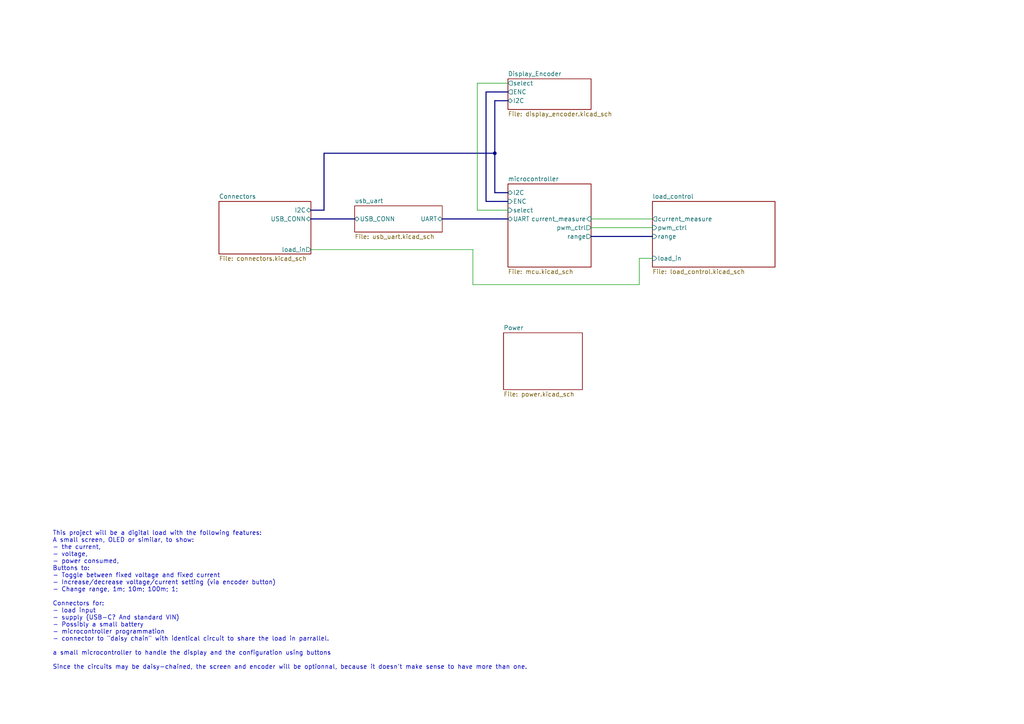
<source format=kicad_sch>
(kicad_sch (version 20211123) (generator eeschema)
  (paper "A4")
  (lib_symbols)
  (junction (at 143.51 44.45))
  (bus (pts (xy 93.98 44.45) (xy 143.51 44.45)))
  (wire (pts (xy 185.42 74.93) (xy 189.23 74.93)))
  (bus (pts (xy 143.51 29.21) (xy 143.51 44.45)))
  (wire (pts (xy 138.43 60.96) (xy 147.32 60.96)))
  (wire (pts (xy 171.45 66.04) (xy 189.23 66.04)))
  (wire (pts (xy 138.43 24.13) (xy 138.43 60.96)))
  (wire (pts (xy 171.45 63.5) (xy 189.23 63.5)))
  (bus (pts (xy 143.51 44.45) (xy 143.51 55.88)))
  (bus (pts (xy 140.97 26.67) (xy 140.97 58.42)))
  (bus (pts (xy 90.17 60.96) (xy 93.98 60.96)))
  (bus (pts (xy 140.97 58.42) (xy 147.32 58.42)))
  (wire (pts (xy 185.42 82.55) (xy 185.42 74.93)))
  (bus (pts (xy 128.27 63.5) (xy 147.32 63.5)))
  (wire (pts (xy 137.16 72.39) (xy 137.16 82.55)))
  (bus (pts (xy 171.45 68.58) (xy 189.23 68.58)))
  (bus (pts (xy 90.17 63.5) (xy 102.87 63.5)))
  (wire (pts (xy 147.32 24.13) (xy 138.43 24.13)))
  (bus (pts (xy 147.32 29.21) (xy 143.51 29.21)))
  (bus (pts (xy 147.32 26.67) (xy 140.97 26.67)))
  (wire (pts (xy 137.16 82.55) (xy 185.42 82.55)))
  (bus (pts (xy 143.51 55.88) (xy 147.32 55.88)))
  (wire (pts (xy 90.17 72.39) (xy 137.16 72.39)))
  (bus (pts (xy 93.98 60.96) (xy 93.98 44.45)))
  (text "This project will be a digital load with the following features:\nA small screen, OLED or similar, to show: \n- the current, \n- voltage, \n- power consumed,\nButtons to:\n- Toggle between fixed voltage and fixed current\n- Increase/decrease voltage/current setting (via encoder button)\n- Change range, 1m; 10m; 100m; 1;\n\nConnectors for:\n- load input\n- supply (USB-C? And standard VIN)\n- Possibly a small battery\n- microcontroller programmation\n- connector to \"daisy chain\" with identical circuit to share the load in parrallel.\n\na small microcontroller to handle the display and the configuration using buttons\n\nSince the circuits may be daisy-chained, the screen and encoder will be optionnal, because it doesn't make sense to have more than one." (at 15.24 194.31 0) (effects (font (size 1.27 1.27)) (justify left bottom)))
  (sheet (at 102.87 59.69) (size 25.4 7.62) (stroke (width 0.1524))
    (property "Sheet name" "usb_uart" (at 102.87 58.9784 0) (effects (justify left bottom)))
    (property "Sheet file" "usb_uart.kicad_sch" (at 102.87 67.8946 0) (effects (justify left top)))
    (pin "UART" bidirectional (at 128.27 63.5 0))
    (pin "USB_CONN" bidirectional (at 102.87 63.5 180))
  )
  (sheet (at 147.32 22.86) (size 24.13 8.89) (stroke (width 0.1524))
    (property "Sheet name" "Display_Encoder" (at 147.32 22.1484 0) (effects (justify left bottom)))
    (property "Sheet file" "display_encoder.kicad_sch" (at 147.32 32.3346 0) (effects (justify left top)))
    (pin "I2C" bidirectional (at 147.32 29.21 180))
    (pin "select" output (at 147.32 24.13 180))
    (pin "ENC" output (at 147.32 26.67 180))
  )
  (sheet (at 146.05 96.52) (size 22.86 16.51) (stroke (width 0.1524))
    (property "Sheet name" "Power" (at 146.05 95.8084 0) (effects (justify left bottom)))
    (property "Sheet file" "power.kicad_sch" (at 146.05 113.6146 0) (effects (justify left top)))
  )
  (sheet (at 147.32 53.34) (size 24.13 24.13) (stroke (width 0.1524))
    (property "Sheet name" "microcontroller" (at 147.32 52.6284 0) (effects (justify left bottom)))
    (property "Sheet file" "mcu.kicad_sch" (at 147.32 78.0546 0) (effects (justify left top)))
    (pin "pwm_ctrl" output (at 171.45 66.04 0))
    (pin "I2C" bidirectional (at 147.32 55.88 180))
    (pin "ENC" input (at 147.32 58.42 180))
    (pin "select" input (at 147.32 60.96 180))
    (pin "range" output (at 171.45 68.58 0))
    (pin "current_measure" input (at 171.45 63.5 0))
    (pin "UART" bidirectional (at 147.32 63.5 180))
  )
  (sheet (at 189.23 58.42) (size 35.56 19.05) (stroke (width 0.1524))
    (property "Sheet name" "load_control" (at 189.23 57.7084 0) (effects (justify left bottom)))
    (property "Sheet file" "load_control.kicad_sch" (at 189.23 78.0546 0) (effects (justify left top)))
    (pin "current_measure" output (at 189.23 63.5 180))
    (pin "pwm_ctrl" input (at 189.23 66.04 180))
    (pin "load_in" input (at 189.23 74.93 180))
    (pin "range" input (at 189.23 68.58 180))
  )
  (sheet (at 63.5 58.42) (size 26.67 15.24) (stroke (width 0.1524))
    (property "Sheet name" "Connectors" (at 63.5 57.7084 0) (effects (justify left bottom)))
    (property "Sheet file" "connectors.kicad_sch" (at 63.5 74.2446 0) (effects (justify left top)))
    (pin "load_in" output (at 90.17 72.39 0))
    (pin "I2C" bidirectional (at 90.17 60.96 0))
    (pin "USB_CONN" bidirectional (at 90.17 63.5 0))
  )
)
</source>
